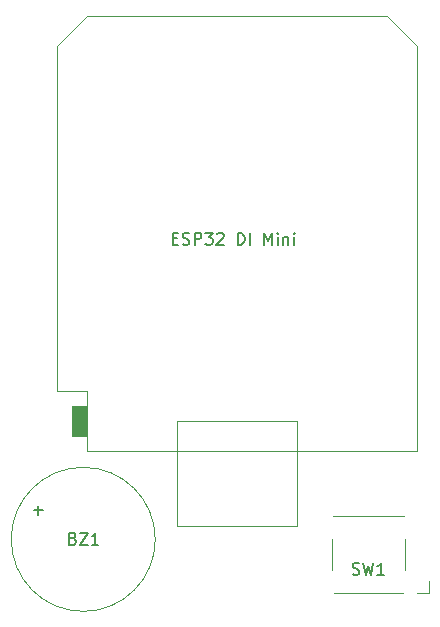
<source format=gto>
%TF.GenerationSoftware,KiCad,Pcbnew,(5.1.9-0-10_14)*%
%TF.CreationDate,2021-02-20T18:52:58-05:00*%
%TF.ProjectId,beep_prototype,62656570-5f70-4726-9f74-6f747970652e,rev?*%
%TF.SameCoordinates,Original*%
%TF.FileFunction,Legend,Top*%
%TF.FilePolarity,Positive*%
%FSLAX46Y46*%
G04 Gerber Fmt 4.6, Leading zero omitted, Abs format (unit mm)*
G04 Created by KiCad (PCBNEW (5.1.9-0-10_14)) date 2021-02-20 18:52:58*
%MOMM*%
%LPD*%
G01*
G04 APERTURE LIST*
%ADD10C,0.120000*%
%ADD11C,0.100000*%
%ADD12C,0.150000*%
G04 APERTURE END LIST*
D10*
%TO.C,ESP32 DI Mini*%
X148865000Y-111895000D02*
X148865000Y-114435000D01*
X138705000Y-111895000D02*
X148865000Y-111895000D01*
X138705000Y-114435000D02*
X138705000Y-111895000D01*
X148865000Y-120785000D02*
X148865000Y-114435000D01*
X138705000Y-120785000D02*
X148865000Y-120785000D01*
X138705000Y-114435000D02*
X138705000Y-120785000D01*
X131085000Y-114435000D02*
X159025000Y-114435000D01*
D11*
G36*
X129815000Y-113165000D02*
G01*
X129815000Y-110625000D01*
X131085000Y-110625000D01*
X131085000Y-113165000D01*
X129815000Y-113165000D01*
G37*
X129815000Y-113165000D02*
X129815000Y-110625000D01*
X131085000Y-110625000D01*
X131085000Y-113165000D01*
X129815000Y-113165000D01*
D10*
X128545000Y-109355000D02*
X131085000Y-109355000D01*
X128545000Y-80145000D02*
X128545000Y-109355000D01*
X159025000Y-80145000D02*
X159025000Y-114435000D01*
X131085000Y-77605000D02*
X132355000Y-77605000D01*
X131085000Y-77605000D02*
X128545000Y-80145000D01*
X156485000Y-77605000D02*
X159025000Y-80145000D01*
X156485000Y-77605000D02*
X132355000Y-77605000D01*
X131085000Y-109355000D02*
X131085000Y-114435000D01*
%TO.C,SW1*%
X152040000Y-126440000D02*
X157840000Y-126440000D01*
X151940000Y-119940000D02*
X157940000Y-119940000D01*
X151840000Y-124490000D02*
X151840000Y-121890000D01*
X158040000Y-124490000D02*
X158040000Y-121890000D01*
X160040000Y-125490000D02*
X160040000Y-126490000D01*
X160040000Y-126490000D02*
X159040000Y-126490000D01*
%TO.C,BZ1*%
X136900000Y-121920000D02*
G75*
G03*
X136900000Y-121920000I-6100000J0D01*
G01*
%TO.C,ESP32 DI Mini*%
D12*
X138367142Y-96448571D02*
X138700476Y-96448571D01*
X138843333Y-96972380D02*
X138367142Y-96972380D01*
X138367142Y-95972380D01*
X138843333Y-95972380D01*
X139224285Y-96924761D02*
X139367142Y-96972380D01*
X139605238Y-96972380D01*
X139700476Y-96924761D01*
X139748095Y-96877142D01*
X139795714Y-96781904D01*
X139795714Y-96686666D01*
X139748095Y-96591428D01*
X139700476Y-96543809D01*
X139605238Y-96496190D01*
X139414761Y-96448571D01*
X139319523Y-96400952D01*
X139271904Y-96353333D01*
X139224285Y-96258095D01*
X139224285Y-96162857D01*
X139271904Y-96067619D01*
X139319523Y-96020000D01*
X139414761Y-95972380D01*
X139652857Y-95972380D01*
X139795714Y-96020000D01*
X140224285Y-96972380D02*
X140224285Y-95972380D01*
X140605238Y-95972380D01*
X140700476Y-96020000D01*
X140748095Y-96067619D01*
X140795714Y-96162857D01*
X140795714Y-96305714D01*
X140748095Y-96400952D01*
X140700476Y-96448571D01*
X140605238Y-96496190D01*
X140224285Y-96496190D01*
X141129047Y-95972380D02*
X141748095Y-95972380D01*
X141414761Y-96353333D01*
X141557619Y-96353333D01*
X141652857Y-96400952D01*
X141700476Y-96448571D01*
X141748095Y-96543809D01*
X141748095Y-96781904D01*
X141700476Y-96877142D01*
X141652857Y-96924761D01*
X141557619Y-96972380D01*
X141271904Y-96972380D01*
X141176666Y-96924761D01*
X141129047Y-96877142D01*
X142129047Y-96067619D02*
X142176666Y-96020000D01*
X142271904Y-95972380D01*
X142510000Y-95972380D01*
X142605238Y-96020000D01*
X142652857Y-96067619D01*
X142700476Y-96162857D01*
X142700476Y-96258095D01*
X142652857Y-96400952D01*
X142081428Y-96972380D01*
X142700476Y-96972380D01*
X143890952Y-96972380D02*
X143890952Y-95972380D01*
X144129047Y-95972380D01*
X144271904Y-96020000D01*
X144367142Y-96115238D01*
X144414761Y-96210476D01*
X144462380Y-96400952D01*
X144462380Y-96543809D01*
X144414761Y-96734285D01*
X144367142Y-96829523D01*
X144271904Y-96924761D01*
X144129047Y-96972380D01*
X143890952Y-96972380D01*
X144890952Y-96972380D02*
X144890952Y-95972380D01*
X146129047Y-96972380D02*
X146129047Y-95972380D01*
X146462380Y-96686666D01*
X146795714Y-95972380D01*
X146795714Y-96972380D01*
X147271904Y-96972380D02*
X147271904Y-96305714D01*
X147271904Y-95972380D02*
X147224285Y-96020000D01*
X147271904Y-96067619D01*
X147319523Y-96020000D01*
X147271904Y-95972380D01*
X147271904Y-96067619D01*
X147748095Y-96305714D02*
X147748095Y-96972380D01*
X147748095Y-96400952D02*
X147795714Y-96353333D01*
X147890952Y-96305714D01*
X148033809Y-96305714D01*
X148129047Y-96353333D01*
X148176666Y-96448571D01*
X148176666Y-96972380D01*
X148652857Y-96972380D02*
X148652857Y-96305714D01*
X148652857Y-95972380D02*
X148605238Y-96020000D01*
X148652857Y-96067619D01*
X148700476Y-96020000D01*
X148652857Y-95972380D01*
X148652857Y-96067619D01*
%TO.C,SW1*%
X153606666Y-124864761D02*
X153749523Y-124912380D01*
X153987619Y-124912380D01*
X154082857Y-124864761D01*
X154130476Y-124817142D01*
X154178095Y-124721904D01*
X154178095Y-124626666D01*
X154130476Y-124531428D01*
X154082857Y-124483809D01*
X153987619Y-124436190D01*
X153797142Y-124388571D01*
X153701904Y-124340952D01*
X153654285Y-124293333D01*
X153606666Y-124198095D01*
X153606666Y-124102857D01*
X153654285Y-124007619D01*
X153701904Y-123960000D01*
X153797142Y-123912380D01*
X154035238Y-123912380D01*
X154178095Y-123960000D01*
X154511428Y-123912380D02*
X154749523Y-124912380D01*
X154940000Y-124198095D01*
X155130476Y-124912380D01*
X155368571Y-123912380D01*
X156273333Y-124912380D02*
X155701904Y-124912380D01*
X155987619Y-124912380D02*
X155987619Y-123912380D01*
X155892380Y-124055238D01*
X155797142Y-124150476D01*
X155701904Y-124198095D01*
%TO.C,BZ1*%
X129929047Y-121848571D02*
X130071904Y-121896190D01*
X130119523Y-121943809D01*
X130167142Y-122039047D01*
X130167142Y-122181904D01*
X130119523Y-122277142D01*
X130071904Y-122324761D01*
X129976666Y-122372380D01*
X129595714Y-122372380D01*
X129595714Y-121372380D01*
X129929047Y-121372380D01*
X130024285Y-121420000D01*
X130071904Y-121467619D01*
X130119523Y-121562857D01*
X130119523Y-121658095D01*
X130071904Y-121753333D01*
X130024285Y-121800952D01*
X129929047Y-121848571D01*
X129595714Y-121848571D01*
X130500476Y-121372380D02*
X131167142Y-121372380D01*
X130500476Y-122372380D01*
X131167142Y-122372380D01*
X132071904Y-122372380D02*
X131500476Y-122372380D01*
X131786190Y-122372380D02*
X131786190Y-121372380D01*
X131690952Y-121515238D01*
X131595714Y-121610476D01*
X131500476Y-121658095D01*
X126609047Y-119451428D02*
X127370952Y-119451428D01*
X126990000Y-119832380D02*
X126990000Y-119070476D01*
%TD*%
M02*

</source>
